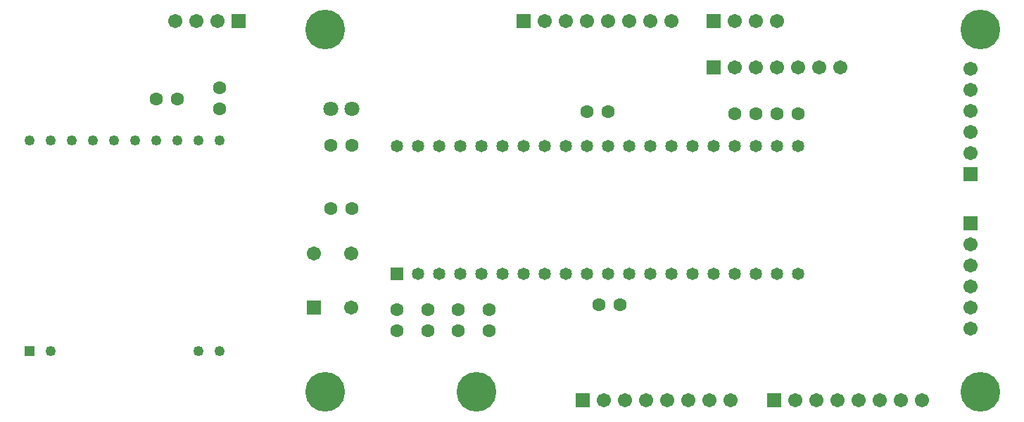
<source format=gts>
G04*
G04 #@! TF.GenerationSoftware,Altium Limited,Altium Designer,21.6.1 (37)*
G04*
G04 Layer_Color=8388736*
%FSLAX25Y25*%
%MOIN*%
G70*
G04*
G04 #@! TF.SameCoordinates,5A4F57BB-18EF-4FC9-9596-1EF8DA8ABA7A*
G04*
G04*
G04 #@! TF.FilePolarity,Negative*
G04*
G01*
G75*
%ADD14C,0.06706*%
%ADD15R,0.06706X0.06706*%
%ADD16C,0.06312*%
%ADD17C,0.07099*%
%ADD18R,0.06706X0.06706*%
%ADD19R,0.05839X0.05839*%
%ADD20C,0.05839*%
%ADD21C,0.04921*%
%ADD22R,0.04921X0.04921*%
%ADD23C,0.18800*%
D14*
X345000Y190000D02*
D03*
X335000D02*
D03*
X325000D02*
D03*
X315000D02*
D03*
X305000D02*
D03*
X295000D02*
D03*
X285000D02*
D03*
X463500Y10000D02*
D03*
X453500D02*
D03*
X443500D02*
D03*
X433500D02*
D03*
X423500D02*
D03*
X413500D02*
D03*
X403500D02*
D03*
X486500Y44000D02*
D03*
Y54000D02*
D03*
Y64000D02*
D03*
Y74000D02*
D03*
Y84000D02*
D03*
X175642Y79795D02*
D03*
X193358D02*
D03*
Y54205D02*
D03*
X373150Y10000D02*
D03*
X363150D02*
D03*
X353150D02*
D03*
X343150D02*
D03*
X333150D02*
D03*
X323150D02*
D03*
X313150D02*
D03*
X486500Y127500D02*
D03*
Y137500D02*
D03*
Y147500D02*
D03*
Y157500D02*
D03*
Y167500D02*
D03*
X425000Y168000D02*
D03*
X415000D02*
D03*
X405000D02*
D03*
X395000D02*
D03*
X375000D02*
D03*
X385000D02*
D03*
X110000Y190000D02*
D03*
X120000D02*
D03*
X130000D02*
D03*
X395000D02*
D03*
X385000D02*
D03*
X375000D02*
D03*
D15*
X275000D02*
D03*
X393500Y10000D02*
D03*
X303150D02*
D03*
X365000Y168000D02*
D03*
X140000Y190000D02*
D03*
X365000D02*
D03*
D16*
X183500Y101000D02*
D03*
X193500D02*
D03*
Y131000D02*
D03*
X183500D02*
D03*
X258500Y53000D02*
D03*
Y43000D02*
D03*
X244000Y53000D02*
D03*
Y43000D02*
D03*
X229500Y53000D02*
D03*
Y43000D02*
D03*
X215000Y53000D02*
D03*
Y43000D02*
D03*
X395000Y146000D02*
D03*
X405000D02*
D03*
X385000D02*
D03*
X375000D02*
D03*
X111000Y153000D02*
D03*
X101000D02*
D03*
X131000Y158500D02*
D03*
Y148500D02*
D03*
X320500Y55500D02*
D03*
X310500D02*
D03*
X305000Y147000D02*
D03*
X315000D02*
D03*
D17*
X183500Y148500D02*
D03*
X193500D02*
D03*
D18*
X486500Y94000D02*
D03*
X175642Y54205D02*
D03*
X486500Y117500D02*
D03*
D19*
X215000Y70116D02*
D03*
D20*
X225000D02*
D03*
X235000D02*
D03*
X245000D02*
D03*
X255000D02*
D03*
X265000D02*
D03*
X275000D02*
D03*
X285000D02*
D03*
X295000D02*
D03*
X305000D02*
D03*
X315000D02*
D03*
X325000D02*
D03*
X335000D02*
D03*
X345000D02*
D03*
X355000D02*
D03*
X365000D02*
D03*
X375000D02*
D03*
X385000D02*
D03*
X395000D02*
D03*
X405000D02*
D03*
Y130884D02*
D03*
X395000D02*
D03*
X385000D02*
D03*
X375000D02*
D03*
X365000D02*
D03*
X355000D02*
D03*
X345000D02*
D03*
X335000D02*
D03*
X325000D02*
D03*
X315000D02*
D03*
X305000D02*
D03*
X295000D02*
D03*
X285000D02*
D03*
X275000D02*
D03*
X265000D02*
D03*
X255000D02*
D03*
X245000D02*
D03*
X235000D02*
D03*
X225000D02*
D03*
X215000D02*
D03*
D21*
X41000Y133500D02*
D03*
X51000D02*
D03*
X61000D02*
D03*
X71000D02*
D03*
X81000D02*
D03*
X91000D02*
D03*
X101000D02*
D03*
X111000D02*
D03*
X121000D02*
D03*
X131000D02*
D03*
Y33500D02*
D03*
X121000D02*
D03*
X51000D02*
D03*
D22*
X41000D02*
D03*
D23*
X252500Y14000D02*
D03*
X181102D02*
D03*
Y186000D02*
D03*
X491200D02*
D03*
Y14000D02*
D03*
M02*

</source>
